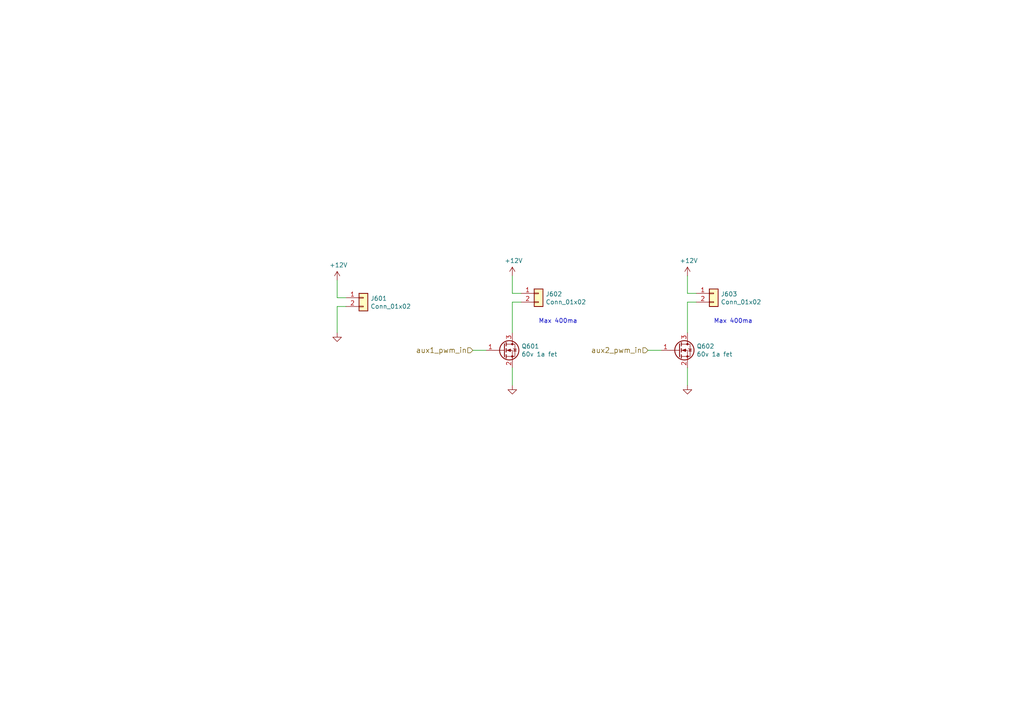
<source format=kicad_sch>
(kicad_sch (version 20211123) (generator eeschema)
  (paper "A4")
  (title_block (title "Moxie-Drive 24, vesc compatable motor controller") (date "2020-07-01") (rev "1.0") (company "Marshall Scholz"))
  (lib_symbols
    (symbol "24_control_board-rescue:GND-power-MoxiE_Control_board-rescue" (power) (pin_names (offset 0))
      (property "Value" "GND-power-MoxiE_Control_board-rescue" (at 0 -3.81 0))
      (symbol "GND-power-MoxiE_Control_board-rescue_0_1"
        (polyline (pts (xy 0 0) (xy 0 -1.27) (xy 1.27 -1.27) (xy 0 -2.54) (xy -1.27 -1.27) (xy 0 -1.27)))
      )
      (symbol "GND-power-MoxiE_Control_board-rescue_1_1"
        (pin power_in line (at 0 0 270) (length 0) hide (name "GND") (number "1"))
      )
    )
    (symbol "Connector_Generic:Conn_01x02" (pin_names hide)
      (property "Reference" "J" (at 0 2.54 0))
      (property "Value" "Conn_01x02" (at 0 -5.08 0))
      (symbol "Conn_01x02_1_1"
        (rectangle (start -1.27 -2.413) (end 0 -2.667) (stroke (width 0.1524)))
        (rectangle (start -1.27 0.127) (end 0 -0.127) (stroke (width 0.1524)))
        (rectangle (start -1.27 1.27) (end 1.27 -3.81) (stroke (width 0.254)) (fill (type background)))
        (pin passive line (at -5.08 0 0) (length 3.81) (name "Pin_1") (number "1"))
        (pin passive line (at -5.08 -2.54 0) (length 3.81) (name "Pin_2") (number "2"))
      )
    )
    (symbol "Device:Q_NMOS_GSD" (pin_names (offset 0) hide)
      (property "Reference" "Q" (at 5.08 1.27 0))
      (property "Value" "Q_NMOS_GSD" (at 5.08 -1.27 0))
      (symbol "Q_NMOS_GSD_0_1"
        (polyline (pts (xy 0.254 0) (xy -2.54 0)))
        (polyline (pts (xy 0.254 1.905) (xy 0.254 -1.905)) (stroke (width 0.254)))
        (polyline (pts (xy 0.762 -1.27) (xy 0.762 -2.286)) (stroke (width 0.254)))
        (polyline (pts (xy 0.762 0.508) (xy 0.762 -0.508)) (stroke (width 0.254)))
        (polyline (pts (xy 0.762 2.286) (xy 0.762 1.27)) (stroke (width 0.254)))
        (polyline (pts (xy 2.54 2.54) (xy 2.54 1.778)))
        (polyline (pts (xy 2.54 -2.54) (xy 2.54 0) (xy 0.762 0)))
        (polyline (pts (xy 0.762 -1.778) (xy 3.302 -1.778) (xy 3.302 1.778) (xy 0.762 1.778)))
        (polyline (pts (xy 1.016 0) (xy 2.032 0.381) (xy 2.032 -0.381) (xy 1.016 0)) (fill (type outline)))
        (polyline (pts (xy 2.794 0.508) (xy 2.921 0.381) (xy 3.683 0.381) (xy 3.81 0.254)))
        (polyline (pts (xy 3.302 0.381) (xy 2.921 -0.254) (xy 3.683 -0.254) (xy 3.302 0.381)))
        (circle (center 1.651 0) (radius 2.794) (stroke (width 0.254)))
        (circle (center 2.54 -1.778) (radius 0.254) (fill (type outline)))
        (circle (center 2.54 1.778) (radius 0.254) (fill (type outline)))
      )
      (symbol "Q_NMOS_GSD_1_1"
        (pin input line (at -5.08 0 0) (length 2.54) (name "G") (number "1"))
        (pin passive line (at 2.54 -5.08 90) (length 2.54) (name "S") (number "2"))
        (pin passive line (at 2.54 5.08 270) (length 2.54) (name "D") (number "3"))
      )
    )
    (symbol "power:+12V" (power) (pin_names (offset 0))
      (property "Value" "+12V" (at 0 3.556 0))
      (symbol "+12V_0_1"
        (polyline (pts (xy -0.762 1.27) (xy 0 2.54)))
        (polyline (pts (xy 0 0) (xy 0 2.54)))
        (polyline (pts (xy 0 2.54) (xy 0.762 1.27)))
      )
      (symbol "+12V_1_1"
        (pin power_in line (at 0 0 90) (length 0) hide (name "+12V") (number "1"))
      )
    )
  )
  (wire (pts (xy 97.79 88.9) (xy 97.79 96.52)))
  (wire (pts (xy 148.59 87.63) (xy 148.59 96.52)))
  (wire (pts (xy 148.59 106.68) (xy 148.59 111.76)))
  (wire (pts (xy 137.16 101.6) (xy 140.97 101.6)))
  (wire (pts (xy 100.33 86.36) (xy 97.79 86.36)))
  (wire (pts (xy 199.39 87.63) (xy 201.93 87.63)))
  (wire (pts (xy 199.39 85.09) (xy 199.39 80.01)))
  (wire (pts (xy 97.79 86.36) (xy 97.79 81.28)))
  (wire (pts (xy 151.13 85.09) (xy 148.59 85.09)))
  (wire (pts (xy 199.39 87.63) (xy 199.39 96.52)))
  (wire (pts (xy 201.93 85.09) (xy 199.39 85.09)))
  (wire (pts (xy 187.96 101.6) (xy 191.77 101.6)))
  (wire (pts (xy 148.59 85.09) (xy 148.59 80.01)))
  (wire (pts (xy 199.39 106.68) (xy 199.39 111.76)))
  (wire (pts (xy 148.59 87.63) (xy 151.13 87.63)))
  (wire (pts (xy 97.79 88.9) (xy 100.33 88.9)))
  (text "Max 400ma" (at 207.01 93.98 0) (effects (font (size 1.27 1.27)) (justify left bottom)))
  (text "Max 400ma" (at 156.21 93.98 0) (effects (font (size 1.27 1.27)) (justify left bottom)))
  (hierarchical_label "aux1_pwm_in" (shape input) (at 137.16 101.6 180) (effects (font (size 1.4986 1.4986))))
  (hierarchical_label "aux2_pwm_in" (shape input) (at 187.96 101.6 180) (effects (font (size 1.4986 1.4986))))
  (symbol (lib_id "24_control_board-rescue:GND-power-MoxiE_Control_board-rescue") (at 148.59 111.76 0) (mirror y) (unit 1)
    (property "Reference" "#PWR0604" (effects hide))
    (property "Value" "GND" (effects hide))
  )
  (symbol (lib_id "Connector_Generic:Conn_01x02") (at 156.21 85.09 0) (unit 1)
    (property "Reference" "J602" (at 158.242 85.2932 0) (effects (justify left)))
    (property "Value" "Conn_01x02" (at 158.242 87.6046 0) (effects (justify left)))
    (property "Footprint" "Connector_JST:JST_PH_B2B-PH-K_1x02_P2.00mm_Vertical" (effects hide))
  )
  (symbol (lib_id "power:+12V") (at 148.59 80.01 0) (unit 1)
    (property "Reference" "#PWR0603" (effects hide))
    (property "Value" "+12V" (at 148.971 75.6158 0))
  )
  (symbol (lib_id "Device:Q_NMOS_GSD") (at 146.05 101.6 0) (unit 1)
    (property "Reference" "Q601" (at 151.2316 100.4316 0) (effects (justify left)))
    (property "Value" "60v 1a fet" (at 151.2316 102.743 0) (effects (justify left)))
    (property "Footprint" "Package_TO_SOT_SMD:SOT-23" (effects hide))
  )
  (symbol (lib_id "24_control_board-rescue:GND-power-MoxiE_Control_board-rescue") (at 199.39 111.76 0) (mirror y) (unit 1)
    (property "Reference" "#PWR0606" (effects hide))
    (property "Value" "GND" (effects hide))
  )
  (symbol (lib_id "Connector_Generic:Conn_01x02") (at 207.01 85.09 0) (unit 1)
    (property "Reference" "J603" (at 209.042 85.2932 0) (effects (justify left)))
    (property "Value" "Conn_01x02" (at 209.042 87.6046 0) (effects (justify left)))
    (property "Footprint" "Connector_JST:JST_PH_B2B-PH-K_1x02_P2.00mm_Vertical" (effects hide))
  )
  (symbol (lib_id "power:+12V") (at 199.39 80.01 0) (unit 1)
    (property "Reference" "#PWR0605" (effects hide))
    (property "Value" "+12V" (at 199.771 75.6158 0))
  )
  (symbol (lib_id "Device:Q_NMOS_GSD") (at 196.85 101.6 0) (unit 1)
    (property "Reference" "Q602" (at 202.0316 100.4316 0) (effects (justify left)))
    (property "Value" "60v 1a fet" (at 202.0316 102.743 0) (effects (justify left)))
    (property "Footprint" "Package_TO_SOT_SMD:SOT-23" (effects hide))
  )
  (symbol (lib_id "Connector_Generic:Conn_01x02") (at 105.41 86.36 0) (unit 1)
    (property "Reference" "J601" (at 107.442 86.5632 0) (effects (justify left)))
    (property "Value" "Conn_01x02" (at 107.442 88.8746 0) (effects (justify left)))
    (property "Footprint" "Connector_JST:JST_PH_B2B-PH-K_1x02_P2.00mm_Vertical" (effects hide))
  )
  (symbol (lib_id "power:+12V") (at 97.79 81.28 0) (unit 1)
    (property "Reference" "#PWR0601" (effects hide))
    (property "Value" "+12V" (at 98.171 76.8858 0))
  )
  (symbol (lib_id "24_control_board-rescue:GND-power-MoxiE_Control_board-rescue") (at 97.79 96.52 0) (mirror y) (unit 1)
    (property "Reference" "#PWR0602" (effects hide))
    (property "Value" "GND" (effects hide))
  )
)
</source>
